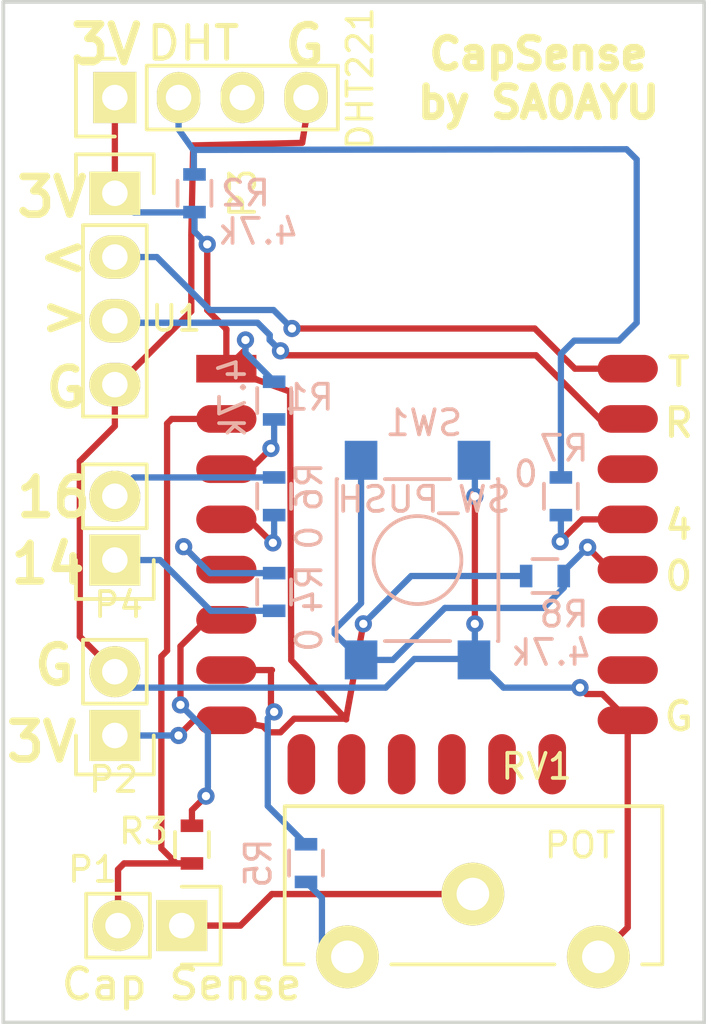
<source format=kicad_pcb>
(kicad_pcb (version 4) (host pcbnew 4.0.2-4+6225~38~ubuntu14.04.1-stable)

  (general
    (links 32)
    (no_connects 0)
    (area 55.804999 28.742155 92.387624 80.720001)
    (thickness 1.6)
    (drawings 22)
    (tracks 183)
    (zones 0)
    (modules 16)
    (nets 28)
  )

  (page A4)
  (layers
    (0 F.Cu signal)
    (31 B.Cu signal)
    (32 B.Adhes user)
    (33 F.Adhes user)
    (34 B.Paste user)
    (35 F.Paste user)
    (36 B.SilkS user)
    (37 F.SilkS user)
    (38 B.Mask user)
    (39 F.Mask user)
    (40 Dwgs.User user)
    (41 Cmts.User user)
    (42 Eco1.User user)
    (43 Eco2.User user)
    (44 Edge.Cuts user)
    (45 Margin user)
    (46 B.CrtYd user)
    (47 F.CrtYd user)
    (48 B.Fab user)
    (49 F.Fab user)
  )

  (setup
    (last_trace_width 0.254)
    (trace_clearance 0.1524)
    (zone_clearance 0.508)
    (zone_45_only yes)
    (trace_min 0.1524)
    (segment_width 0.2)
    (edge_width 0.15)
    (via_size 0.6858)
    (via_drill 0.3302)
    (via_min_size 0.6858)
    (via_min_drill 0.3302)
    (user_via 0.6858 0.3302)
    (uvia_size 0.3)
    (uvia_drill 0.1)
    (uvias_allowed no)
    (uvia_min_size 0)
    (uvia_min_drill 0)
    (pcb_text_width 0.3)
    (pcb_text_size 1.5 1.5)
    (mod_edge_width 0.15)
    (mod_text_size 1 1)
    (mod_text_width 0.15)
    (pad_size 1.524 1.524)
    (pad_drill 0.762)
    (pad_to_mask_clearance 0.2)
    (aux_axis_origin 68.58 78.105)
    (grid_origin 68.58 78.105)
    (visible_elements FFFFFF7F)
    (pcbplotparams
      (layerselection 0x010f0_80000001)
      (usegerberextensions false)
      (excludeedgelayer true)
      (linewidth 0.100000)
      (plotframeref false)
      (viasonmask false)
      (mode 1)
      (useauxorigin false)
      (hpglpennumber 1)
      (hpglpenspeed 20)
      (hpglpendiameter 15)
      (hpglpenoverlay 2)
      (psnegative false)
      (psa4output false)
      (plotreference true)
      (plotvalue true)
      (plotinvisibletext false)
      (padsonsilk false)
      (subtractmaskfromsilk false)
      (outputformat 1)
      (mirror false)
      (drillshape 0)
      (scaleselection 1)
      (outputdirectory gerbers/))
  )

  (net 0 "")
  (net 1 +3V3)
  (net 2 "Net-(DHT221-Pad2)")
  (net 3 "Net-(DHT221-Pad3)")
  (net 4 GND)
  (net 5 "Net-(P1-Pad1)")
  (net 6 "Net-(P1-Pad2)")
  (net 7 "Net-(P3-Pad2)")
  (net 8 "Net-(P3-Pad3)")
  (net 9 "Net-(P4-Pad1)")
  (net 10 "Net-(P4-Pad2)")
  (net 11 "Net-(R1-Pad1)")
  (net 12 "Net-(R3-Pad1)")
  (net 13 "Net-(R4-Pad1)")
  (net 14 "Net-(R5-Pad1)")
  (net 15 "Net-(R5-Pad2)")
  (net 16 "Net-(R6-Pad1)")
  (net 17 "Net-(R7-Pad2)")
  (net 18 "Net-(R8-Pad2)")
  (net 19 "Net-(U1-Pad9)")
  (net 20 "Net-(U1-Pad10)")
  (net 21 "Net-(U1-Pad11)")
  (net 22 "Net-(U1-Pad12)")
  (net 23 "Net-(U1-Pad13)")
  (net 24 "Net-(U1-Pad14)")
  (net 25 "Net-(U1-Pad16)")
  (net 26 "Net-(U1-Pad17)")
  (net 27 "Net-(U1-Pad20)")

  (net_class Default "This is the default net class."
    (clearance 0.1524)
    (trace_width 0.254)
    (via_dia 0.6858)
    (via_drill 0.3302)
    (uvia_dia 0.3)
    (uvia_drill 0.1)
    (add_net +3V3)
    (add_net GND)
    (add_net "Net-(DHT221-Pad2)")
    (add_net "Net-(DHT221-Pad3)")
    (add_net "Net-(P1-Pad1)")
    (add_net "Net-(P1-Pad2)")
    (add_net "Net-(P3-Pad2)")
    (add_net "Net-(P3-Pad3)")
    (add_net "Net-(P4-Pad1)")
    (add_net "Net-(P4-Pad2)")
    (add_net "Net-(R1-Pad1)")
    (add_net "Net-(R3-Pad1)")
    (add_net "Net-(R4-Pad1)")
    (add_net "Net-(R5-Pad1)")
    (add_net "Net-(R5-Pad2)")
    (add_net "Net-(R6-Pad1)")
    (add_net "Net-(R7-Pad2)")
    (add_net "Net-(R8-Pad2)")
    (add_net "Net-(U1-Pad10)")
    (add_net "Net-(U1-Pad11)")
    (add_net "Net-(U1-Pad12)")
    (add_net "Net-(U1-Pad13)")
    (add_net "Net-(U1-Pad14)")
    (add_net "Net-(U1-Pad16)")
    (add_net "Net-(U1-Pad17)")
    (add_net "Net-(U1-Pad20)")
    (add_net "Net-(U1-Pad9)")
  )

  (module ESP8266_jdunmire:ESP-12E (layer F.Cu) (tedit 559F8D21) (tstamp 56F868BA)
    (at 64.77 54.61)
    (descr "Module, ESP-8266, ESP-12, 16 pad, SMD")
    (tags "Module ESP-8266 ESP8266")
    (path /56E35B00)
    (fp_text reference U1 (at -2 -2) (layer F.SilkS)
      (effects (font (size 1 1) (thickness 0.15)))
    )
    (fp_text value ESP-12E (at 8 1) (layer F.Fab)
      (effects (font (size 1 1) (thickness 0.15)))
    )
    (fp_line (start 16 -8.4) (end 0 -2.6) (layer F.CrtYd) (width 0.1524))
    (fp_line (start 0 -8.4) (end 16 -2.6) (layer F.CrtYd) (width 0.1524))
    (fp_text user "No Copper" (at 7.9 -5.4) (layer F.CrtYd)
      (effects (font (size 1 1) (thickness 0.15)))
    )
    (fp_line (start 0 -8.4) (end 0 -2.6) (layer F.CrtYd) (width 0.1524))
    (fp_line (start 0 -2.6) (end 16 -2.6) (layer F.CrtYd) (width 0.1524))
    (fp_line (start 16 -2.6) (end 16 -8.4) (layer F.CrtYd) (width 0.1524))
    (fp_line (start 16 -8.4) (end 0 -8.4) (layer F.CrtYd) (width 0.1524))
    (fp_line (start 16 -8.4) (end 16 15.6) (layer F.Fab) (width 0.1524))
    (fp_line (start 16 15.6) (end 0 15.6) (layer F.Fab) (width 0.1524))
    (fp_line (start 0 15.6) (end 0 -8.4) (layer F.Fab) (width 0.1524))
    (fp_line (start 0 -8.4) (end 16 -8.4) (layer F.Fab) (width 0.1524))
    (pad 9 smd oval (at 2.99 15.75 90) (size 2.4 1.1) (layers F.Cu F.Paste F.Mask)
      (net 19 "Net-(U1-Pad9)"))
    (pad 10 smd oval (at 4.99 15.75 90) (size 2.4 1.1) (layers F.Cu F.Paste F.Mask)
      (net 20 "Net-(U1-Pad10)"))
    (pad 11 smd oval (at 6.99 15.75 90) (size 2.4 1.1) (layers F.Cu F.Paste F.Mask)
      (net 21 "Net-(U1-Pad11)"))
    (pad 12 smd oval (at 8.99 15.75 90) (size 2.4 1.1) (layers F.Cu F.Paste F.Mask)
      (net 22 "Net-(U1-Pad12)"))
    (pad 13 smd oval (at 10.99 15.75 90) (size 2.4 1.1) (layers F.Cu F.Paste F.Mask)
      (net 23 "Net-(U1-Pad13)"))
    (pad 14 smd oval (at 12.99 15.75 90) (size 2.4 1.1) (layers F.Cu F.Paste F.Mask)
      (net 24 "Net-(U1-Pad14)"))
    (pad 1 smd rect (at 0 0) (size 2.4 1.1) (layers F.Cu F.Paste F.Mask)
      (net 1 +3V3))
    (pad 2 smd oval (at 0 2) (size 2.4 1.1) (layers F.Cu F.Paste F.Mask)
      (net 6 "Net-(P1-Pad2)"))
    (pad 3 smd oval (at 0 4) (size 2.4 1.1) (layers F.Cu F.Paste F.Mask)
      (net 11 "Net-(R1-Pad1)"))
    (pad 4 smd oval (at 0 6) (size 2.4 1.1) (layers F.Cu F.Paste F.Mask)
      (net 16 "Net-(R6-Pad1)"))
    (pad 5 smd oval (at 0 8) (size 2.4 1.1) (layers F.Cu F.Paste F.Mask)
      (net 13 "Net-(R4-Pad1)"))
    (pad 6 smd oval (at 0 10) (size 2.4 1.1) (layers F.Cu F.Paste F.Mask)
      (net 12 "Net-(R3-Pad1)"))
    (pad 7 smd oval (at 0 12) (size 2.4 1.1) (layers F.Cu F.Paste F.Mask)
      (net 14 "Net-(R5-Pad1)"))
    (pad 8 smd oval (at 0 14) (size 2.4 1.1) (layers F.Cu F.Paste F.Mask)
      (net 1 +3V3))
    (pad 15 smd oval (at 16 14) (size 2.4 1.1) (layers F.Cu F.Paste F.Mask)
      (net 4 GND))
    (pad 16 smd oval (at 16 12) (size 2.4 1.1) (layers F.Cu F.Paste F.Mask)
      (net 25 "Net-(U1-Pad16)"))
    (pad 17 smd oval (at 16 10) (size 2.4 1.1) (layers F.Cu F.Paste F.Mask)
      (net 26 "Net-(U1-Pad17)"))
    (pad 18 smd oval (at 16 8) (size 2.4 1.1) (layers F.Cu F.Paste F.Mask)
      (net 18 "Net-(R8-Pad2)"))
    (pad 19 smd oval (at 16 6) (size 2.4 1.1) (layers F.Cu F.Paste F.Mask)
      (net 17 "Net-(R7-Pad2)"))
    (pad 20 smd oval (at 16 4) (size 2.4 1.1) (layers F.Cu F.Paste F.Mask)
      (net 27 "Net-(U1-Pad20)"))
    (pad 21 smd oval (at 16 2) (size 2.4 1.1) (layers F.Cu F.Paste F.Mask)
      (net 8 "Net-(P3-Pad3)"))
    (pad 22 smd oval (at 16 0) (size 2.4 1.1) (layers F.Cu F.Paste F.Mask)
      (net 7 "Net-(P3-Pad2)"))
    (model ${ESPLIB}/ESP8266.3dshapes/ESP-12.wrl
      (at (xyz 0.04 0 0))
      (scale (xyz 0.3937 0.3937 0.3937))
      (rotate (xyz 0 0 0))
    )
  )

  (module Pin_Headers:Pin_Header_Straight_1x04 (layer F.Cu) (tedit 56FC5E01) (tstamp 56F8682A)
    (at 60.325 43.815 90)
    (descr "Through hole pin header")
    (tags "pin header")
    (path /56E49DF2)
    (fp_text reference DHT221 (at 0.762 9.779 270) (layer F.SilkS)
      (effects (font (size 1 1) (thickness 0.15)))
    )
    (fp_text value DHT22 (at -0.5334 -2.2352 90) (layer F.Fab)
      (effects (font (size 1 1) (thickness 0.15)))
    )
    (fp_line (start -1.75 -1.75) (end -1.75 9.4) (layer F.CrtYd) (width 0.05))
    (fp_line (start 1.75 -1.75) (end 1.75 9.4) (layer F.CrtYd) (width 0.05))
    (fp_line (start -1.75 -1.75) (end 1.75 -1.75) (layer F.CrtYd) (width 0.05))
    (fp_line (start -1.75 9.4) (end 1.75 9.4) (layer F.CrtYd) (width 0.05))
    (fp_line (start -1.27 1.27) (end -1.27 8.89) (layer F.SilkS) (width 0.15))
    (fp_line (start 1.27 1.27) (end 1.27 8.89) (layer F.SilkS) (width 0.15))
    (fp_line (start 1.55 -1.55) (end 1.55 0) (layer F.SilkS) (width 0.15))
    (fp_line (start -1.27 8.89) (end 1.27 8.89) (layer F.SilkS) (width 0.15))
    (fp_line (start 1.27 1.27) (end -1.27 1.27) (layer F.SilkS) (width 0.15))
    (fp_line (start -1.55 0) (end -1.55 -1.55) (layer F.SilkS) (width 0.15))
    (fp_line (start -1.55 -1.55) (end 1.55 -1.55) (layer F.SilkS) (width 0.15))
    (pad 1 thru_hole rect (at 0 0 90) (size 2.032 1.7272) (drill 1.016) (layers *.Cu *.Mask F.SilkS)
      (net 1 +3V3))
    (pad 2 thru_hole oval (at 0 2.54 90) (size 2.032 1.7272) (drill 1.016) (layers *.Cu *.Mask F.SilkS)
      (net 2 "Net-(DHT221-Pad2)"))
    (pad 3 thru_hole oval (at 0 5.08 90) (size 2.032 1.7272) (drill 1.016) (layers *.Cu *.Mask F.SilkS)
      (net 3 "Net-(DHT221-Pad3)"))
    (pad 4 thru_hole oval (at 0 7.62 90) (size 2.032 1.7272) (drill 1.016) (layers *.Cu *.Mask F.SilkS)
      (net 4 GND))
    (model Pin_Headers.3dshapes/Pin_Header_Straight_1x04.wrl
      (at (xyz 0 -0.15 0))
      (scale (xyz 1 1 1))
      (rotate (xyz 0 0 90))
    )
  )

  (module Socket_Strips:Socket_Strip_Straight_1x02 (layer F.Cu) (tedit 56FC5E79) (tstamp 56F8683B)
    (at 62.992 76.7842 180)
    (descr "Through hole socket strip")
    (tags "socket strip")
    (path /56E4AC64)
    (fp_text reference P1 (at 3.556 2.2352 360) (layer F.SilkS)
      (effects (font (size 1 1) (thickness 0.15)))
    )
    (fp_text value Capsense (at 1.397 -2.3114 180) (layer F.Fab)
      (effects (font (size 1 1) (thickness 0.15)))
    )
    (fp_line (start -1.55 1.55) (end 0 1.55) (layer F.SilkS) (width 0.15))
    (fp_line (start 3.81 1.27) (end 1.27 1.27) (layer F.SilkS) (width 0.15))
    (fp_line (start -1.75 -1.75) (end -1.75 1.75) (layer F.CrtYd) (width 0.05))
    (fp_line (start 4.3 -1.75) (end 4.3 1.75) (layer F.CrtYd) (width 0.05))
    (fp_line (start -1.75 -1.75) (end 4.3 -1.75) (layer F.CrtYd) (width 0.05))
    (fp_line (start -1.75 1.75) (end 4.3 1.75) (layer F.CrtYd) (width 0.05))
    (fp_line (start 1.27 1.27) (end 1.27 -1.27) (layer F.SilkS) (width 0.15))
    (fp_line (start 0 -1.55) (end -1.55 -1.55) (layer F.SilkS) (width 0.15))
    (fp_line (start -1.55 -1.55) (end -1.55 1.55) (layer F.SilkS) (width 0.15))
    (fp_line (start 1.27 -1.27) (end 3.81 -1.27) (layer F.SilkS) (width 0.15))
    (fp_line (start 3.81 -1.27) (end 3.81 1.27) (layer F.SilkS) (width 0.15))
    (pad 1 thru_hole rect (at 0 0 180) (size 2.032 2.032) (drill 1.016) (layers *.Cu *.Mask F.SilkS)
      (net 5 "Net-(P1-Pad1)"))
    (pad 2 thru_hole oval (at 2.54 0 180) (size 2.032 2.032) (drill 1.016) (layers *.Cu *.Mask F.SilkS)
      (net 6 "Net-(P1-Pad2)"))
    (model Socket_Strips.3dshapes/Socket_Strip_Straight_1x02.wrl
      (at (xyz 0.05 0 0))
      (scale (xyz 1 1 1))
      (rotate (xyz 0 0 180))
    )
  )

  (module Socket_Strips:Socket_Strip_Straight_1x02 (layer F.Cu) (tedit 56FC53AB) (tstamp 56F8684C)
    (at 60.325 69.215 90)
    (descr "Through hole socket strip")
    (tags "socket strip")
    (path /56E4B417)
    (fp_text reference P2 (at -1.7526 -0.0508 180) (layer F.SilkS)
      (effects (font (size 1 1) (thickness 0.15)))
    )
    (fp_text value PWR_IN (at 1.27 -2.413 90) (layer F.Fab)
      (effects (font (size 1 1) (thickness 0.15)))
    )
    (fp_line (start -1.55 1.55) (end 0 1.55) (layer F.SilkS) (width 0.15))
    (fp_line (start 3.81 1.27) (end 1.27 1.27) (layer F.SilkS) (width 0.15))
    (fp_line (start -1.75 -1.75) (end -1.75 1.75) (layer F.CrtYd) (width 0.05))
    (fp_line (start 4.3 -1.75) (end 4.3 1.75) (layer F.CrtYd) (width 0.05))
    (fp_line (start -1.75 -1.75) (end 4.3 -1.75) (layer F.CrtYd) (width 0.05))
    (fp_line (start -1.75 1.75) (end 4.3 1.75) (layer F.CrtYd) (width 0.05))
    (fp_line (start 1.27 1.27) (end 1.27 -1.27) (layer F.SilkS) (width 0.15))
    (fp_line (start 0 -1.55) (end -1.55 -1.55) (layer F.SilkS) (width 0.15))
    (fp_line (start -1.55 -1.55) (end -1.55 1.55) (layer F.SilkS) (width 0.15))
    (fp_line (start 1.27 -1.27) (end 3.81 -1.27) (layer F.SilkS) (width 0.15))
    (fp_line (start 3.81 -1.27) (end 3.81 1.27) (layer F.SilkS) (width 0.15))
    (pad 1 thru_hole rect (at 0 0 90) (size 2.032 2.032) (drill 1.016) (layers *.Cu *.Mask F.SilkS)
      (net 1 +3V3))
    (pad 2 thru_hole oval (at 2.54 0 90) (size 2.032 2.032) (drill 1.016) (layers *.Cu *.Mask F.SilkS)
      (net 4 GND))
    (model Socket_Strips.3dshapes/Socket_Strip_Straight_1x02.wrl
      (at (xyz 0.05 0 0))
      (scale (xyz 1 1 1))
      (rotate (xyz 0 0 180))
    )
  )

  (module Socket_Strips:Socket_Strip_Straight_1x04 (layer F.Cu) (tedit 56FC5380) (tstamp 56F8685F)
    (at 60.325 47.625 270)
    (descr "Through hole socket strip")
    (tags "socket strip")
    (path /56E4B1B5)
    (fp_text reference P3 (at 0 -5.1 270) (layer F.SilkS)
      (effects (font (size 1 1) (thickness 0.15)))
    )
    (fp_text value "RS 232 TTL" (at 5.1816 -1.9558 270) (layer F.Fab)
      (effects (font (size 0.9 0.9) (thickness 0.12)))
    )
    (fp_line (start -1.75 -1.75) (end -1.75 1.75) (layer F.CrtYd) (width 0.05))
    (fp_line (start 9.4 -1.75) (end 9.4 1.75) (layer F.CrtYd) (width 0.05))
    (fp_line (start -1.75 -1.75) (end 9.4 -1.75) (layer F.CrtYd) (width 0.05))
    (fp_line (start -1.75 1.75) (end 9.4 1.75) (layer F.CrtYd) (width 0.05))
    (fp_line (start 1.27 -1.27) (end 8.89 -1.27) (layer F.SilkS) (width 0.15))
    (fp_line (start 1.27 1.27) (end 8.89 1.27) (layer F.SilkS) (width 0.15))
    (fp_line (start -1.55 1.55) (end 0 1.55) (layer F.SilkS) (width 0.15))
    (fp_line (start 8.89 -1.27) (end 8.89 1.27) (layer F.SilkS) (width 0.15))
    (fp_line (start 1.27 1.27) (end 1.27 -1.27) (layer F.SilkS) (width 0.15))
    (fp_line (start 0 -1.55) (end -1.55 -1.55) (layer F.SilkS) (width 0.15))
    (fp_line (start -1.55 -1.55) (end -1.55 1.55) (layer F.SilkS) (width 0.15))
    (pad 1 thru_hole rect (at 0 0 270) (size 1.7272 2.032) (drill 1.016) (layers *.Cu *.Mask F.SilkS)
      (net 1 +3V3))
    (pad 2 thru_hole oval (at 2.54 0 270) (size 1.7272 2.032) (drill 1.016) (layers *.Cu *.Mask F.SilkS)
      (net 7 "Net-(P3-Pad2)"))
    (pad 3 thru_hole oval (at 5.08 0 270) (size 1.7272 2.032) (drill 1.016) (layers *.Cu *.Mask F.SilkS)
      (net 8 "Net-(P3-Pad3)"))
    (pad 4 thru_hole oval (at 7.62 0 270) (size 1.7272 2.032) (drill 1.016) (layers *.Cu *.Mask F.SilkS)
      (net 4 GND))
    (model Socket_Strips.3dshapes/Socket_Strip_Straight_1x04.wrl
      (at (xyz 0.15 0 0))
      (scale (xyz 1 1 1))
      (rotate (xyz 0 0 180))
    )
  )

  (module Socket_Strips:Socket_Strip_Straight_1x02 (layer F.Cu) (tedit 56FC53B6) (tstamp 56F86870)
    (at 60.325 62.23 90)
    (descr "Through hole socket strip")
    (tags "socket strip")
    (path /56F88275)
    (fp_text reference P4 (at -1.778 0.1524 180) (layer F.SilkS)
      (effects (font (size 1 1) (thickness 0.15)))
    )
    (fp_text value gpio (at 1.3716 1.905 90) (layer F.Fab)
      (effects (font (size 1 1) (thickness 0.15)))
    )
    (fp_line (start -1.55 1.55) (end 0 1.55) (layer F.SilkS) (width 0.15))
    (fp_line (start 3.81 1.27) (end 1.27 1.27) (layer F.SilkS) (width 0.15))
    (fp_line (start -1.75 -1.75) (end -1.75 1.75) (layer F.CrtYd) (width 0.05))
    (fp_line (start 4.3 -1.75) (end 4.3 1.75) (layer F.CrtYd) (width 0.05))
    (fp_line (start -1.75 -1.75) (end 4.3 -1.75) (layer F.CrtYd) (width 0.05))
    (fp_line (start -1.75 1.75) (end 4.3 1.75) (layer F.CrtYd) (width 0.05))
    (fp_line (start 1.27 1.27) (end 1.27 -1.27) (layer F.SilkS) (width 0.15))
    (fp_line (start 0 -1.55) (end -1.55 -1.55) (layer F.SilkS) (width 0.15))
    (fp_line (start -1.55 -1.55) (end -1.55 1.55) (layer F.SilkS) (width 0.15))
    (fp_line (start 1.27 -1.27) (end 3.81 -1.27) (layer F.SilkS) (width 0.15))
    (fp_line (start 3.81 -1.27) (end 3.81 1.27) (layer F.SilkS) (width 0.15))
    (pad 1 thru_hole rect (at 0 0 90) (size 2.032 2.032) (drill 1.016) (layers *.Cu *.Mask F.SilkS)
      (net 9 "Net-(P4-Pad1)"))
    (pad 2 thru_hole oval (at 2.54 0 90) (size 2.032 2.032) (drill 1.016) (layers *.Cu *.Mask F.SilkS)
      (net 10 "Net-(P4-Pad2)"))
    (model Socket_Strips.3dshapes/Socket_Strip_Straight_1x02.wrl
      (at (xyz 0.05 0 0))
      (scale (xyz 1 1 1))
      (rotate (xyz 0 0 180))
    )
  )

  (module Resistors_SMD:R_0603 (layer B.Cu) (tedit 56FC60E6) (tstamp 56F86876)
    (at 66.675 55.88 90)
    (descr "Resistor SMD 0603, reflow soldering, Vishay (see dcrcw.pdf)")
    (tags "resistor 0603")
    (path /56E4AFA5)
    (attr smd)
    (fp_text reference R1 (at 0.127 1.397 180) (layer B.SilkS)
      (effects (font (size 1 1) (thickness 0.15)) (justify mirror))
    )
    (fp_text value 4.7k (at 0.127 -1.651 90) (layer B.SilkS)
      (effects (font (size 1 1) (thickness 0.15)) (justify mirror))
    )
    (fp_line (start -1.3 0.8) (end 1.3 0.8) (layer B.CrtYd) (width 0.05))
    (fp_line (start -1.3 -0.8) (end 1.3 -0.8) (layer B.CrtYd) (width 0.05))
    (fp_line (start -1.3 0.8) (end -1.3 -0.8) (layer B.CrtYd) (width 0.05))
    (fp_line (start 1.3 0.8) (end 1.3 -0.8) (layer B.CrtYd) (width 0.05))
    (fp_line (start 0.5 -0.675) (end -0.5 -0.675) (layer B.SilkS) (width 0.15))
    (fp_line (start -0.5 0.675) (end 0.5 0.675) (layer B.SilkS) (width 0.15))
    (pad 1 smd rect (at -0.75 0 90) (size 0.5 0.9) (layers B.Cu B.Paste B.Mask)
      (net 11 "Net-(R1-Pad1)"))
    (pad 2 smd rect (at 0.75 0 90) (size 0.5 0.9) (layers B.Cu B.Paste B.Mask)
      (net 1 +3V3))
    (model Resistors_SMD.3dshapes/R_0603.wrl
      (at (xyz 0 0 0))
      (scale (xyz 1 1 1))
      (rotate (xyz 0 0 0))
    )
  )

  (module Resistors_SMD:R_0603 (layer B.Cu) (tedit 56FC611E) (tstamp 56F8687C)
    (at 63.5 47.625 270)
    (descr "Resistor SMD 0603, reflow soldering, Vishay (see dcrcw.pdf)")
    (tags "resistor 0603")
    (path /56E4B92C)
    (attr smd)
    (fp_text reference R2 (at 0 -2.032 360) (layer B.SilkS)
      (effects (font (size 1 1) (thickness 0.15)) (justify mirror))
    )
    (fp_text value 4.7k (at 1.524 -2.54 360) (layer B.SilkS)
      (effects (font (size 1 1) (thickness 0.15)) (justify mirror))
    )
    (fp_line (start -1.3 0.8) (end 1.3 0.8) (layer B.CrtYd) (width 0.05))
    (fp_line (start -1.3 -0.8) (end 1.3 -0.8) (layer B.CrtYd) (width 0.05))
    (fp_line (start -1.3 0.8) (end -1.3 -0.8) (layer B.CrtYd) (width 0.05))
    (fp_line (start 1.3 0.8) (end 1.3 -0.8) (layer B.CrtYd) (width 0.05))
    (fp_line (start 0.5 -0.675) (end -0.5 -0.675) (layer B.SilkS) (width 0.15))
    (fp_line (start -0.5 0.675) (end 0.5 0.675) (layer B.SilkS) (width 0.15))
    (pad 1 smd rect (at -0.75 0 270) (size 0.5 0.9) (layers B.Cu B.Paste B.Mask)
      (net 2 "Net-(DHT221-Pad2)"))
    (pad 2 smd rect (at 0.75 0 270) (size 0.5 0.9) (layers B.Cu B.Paste B.Mask)
      (net 1 +3V3))
    (model Resistors_SMD.3dshapes/R_0603.wrl
      (at (xyz 0 0 0))
      (scale (xyz 1 1 1))
      (rotate (xyz 0 0 0))
    )
  )

  (module Resistors_SMD:R_0603 (layer F.Cu) (tedit 56FC5E69) (tstamp 56F86882)
    (at 63.3984 73.5584 270)
    (descr "Resistor SMD 0603, reflow soldering, Vishay (see dcrcw.pdf)")
    (tags "resistor 0603")
    (path /56F85988)
    (attr smd)
    (fp_text reference R3 (at -0.5334 1.9304 360) (layer F.SilkS)
      (effects (font (size 1 1) (thickness 0.15)))
    )
    (fp_text value 0 (at 0 1.9 270) (layer F.Fab)
      (effects (font (size 1 1) (thickness 0.15)))
    )
    (fp_line (start -1.3 -0.8) (end 1.3 -0.8) (layer F.CrtYd) (width 0.05))
    (fp_line (start -1.3 0.8) (end 1.3 0.8) (layer F.CrtYd) (width 0.05))
    (fp_line (start -1.3 -0.8) (end -1.3 0.8) (layer F.CrtYd) (width 0.05))
    (fp_line (start 1.3 -0.8) (end 1.3 0.8) (layer F.CrtYd) (width 0.05))
    (fp_line (start 0.5 0.675) (end -0.5 0.675) (layer F.SilkS) (width 0.15))
    (fp_line (start -0.5 -0.675) (end 0.5 -0.675) (layer F.SilkS) (width 0.15))
    (pad 1 smd rect (at -0.75 0 270) (size 0.5 0.9) (layers F.Cu F.Paste F.Mask)
      (net 12 "Net-(R3-Pad1)"))
    (pad 2 smd rect (at 0.75 0 270) (size 0.5 0.9) (layers F.Cu F.Paste F.Mask)
      (net 6 "Net-(P1-Pad2)"))
    (model Resistors_SMD.3dshapes/R_0603.wrl
      (at (xyz 0 0 0))
      (scale (xyz 1 1 1))
      (rotate (xyz 0 0 0))
    )
  )

  (module Resistors_SMD:R_0603 (layer B.Cu) (tedit 56FC60A8) (tstamp 56F86888)
    (at 66.675 63.5 270)
    (descr "Resistor SMD 0603, reflow soldering, Vishay (see dcrcw.pdf)")
    (tags "resistor 0603")
    (path /56F85B91)
    (attr smd)
    (fp_text reference R4 (at -0.127 -1.397 270) (layer B.SilkS)
      (effects (font (size 1 1) (thickness 0.15)) (justify mirror))
    )
    (fp_text value 0 (at 1.905 -1.397 270) (layer B.SilkS)
      (effects (font (size 1 1) (thickness 0.15)) (justify mirror))
    )
    (fp_line (start -1.3 0.8) (end 1.3 0.8) (layer B.CrtYd) (width 0.05))
    (fp_line (start -1.3 -0.8) (end 1.3 -0.8) (layer B.CrtYd) (width 0.05))
    (fp_line (start -1.3 0.8) (end -1.3 -0.8) (layer B.CrtYd) (width 0.05))
    (fp_line (start 1.3 0.8) (end 1.3 -0.8) (layer B.CrtYd) (width 0.05))
    (fp_line (start 0.5 -0.675) (end -0.5 -0.675) (layer B.SilkS) (width 0.15))
    (fp_line (start -0.5 0.675) (end 0.5 0.675) (layer B.SilkS) (width 0.15))
    (pad 1 smd rect (at -0.75 0 270) (size 0.5 0.9) (layers B.Cu B.Paste B.Mask)
      (net 13 "Net-(R4-Pad1)"))
    (pad 2 smd rect (at 0.75 0 270) (size 0.5 0.9) (layers B.Cu B.Paste B.Mask)
      (net 9 "Net-(P4-Pad1)"))
    (model Resistors_SMD.3dshapes/R_0603.wrl
      (at (xyz 0 0 0))
      (scale (xyz 1 1 1))
      (rotate (xyz 0 0 0))
    )
  )

  (module Resistors_SMD:R_0603 (layer B.Cu) (tedit 5415CC62) (tstamp 56F8688E)
    (at 67.945 74.295 270)
    (descr "Resistor SMD 0603, reflow soldering, Vishay (see dcrcw.pdf)")
    (tags "resistor 0603")
    (path /56F85C0A)
    (attr smd)
    (fp_text reference R5 (at 0 1.9 270) (layer B.SilkS)
      (effects (font (size 1 1) (thickness 0.15)) (justify mirror))
    )
    (fp_text value 0 (at 0 -1.9 270) (layer B.Fab)
      (effects (font (size 1 1) (thickness 0.15)) (justify mirror))
    )
    (fp_line (start -1.3 0.8) (end 1.3 0.8) (layer B.CrtYd) (width 0.05))
    (fp_line (start -1.3 -0.8) (end 1.3 -0.8) (layer B.CrtYd) (width 0.05))
    (fp_line (start -1.3 0.8) (end -1.3 -0.8) (layer B.CrtYd) (width 0.05))
    (fp_line (start 1.3 0.8) (end 1.3 -0.8) (layer B.CrtYd) (width 0.05))
    (fp_line (start 0.5 -0.675) (end -0.5 -0.675) (layer B.SilkS) (width 0.15))
    (fp_line (start -0.5 0.675) (end 0.5 0.675) (layer B.SilkS) (width 0.15))
    (pad 1 smd rect (at -0.75 0 270) (size 0.5 0.9) (layers B.Cu B.Paste B.Mask)
      (net 14 "Net-(R5-Pad1)"))
    (pad 2 smd rect (at 0.75 0 270) (size 0.5 0.9) (layers B.Cu B.Paste B.Mask)
      (net 15 "Net-(R5-Pad2)"))
    (model Resistors_SMD.3dshapes/R_0603.wrl
      (at (xyz 0 0 0))
      (scale (xyz 1 1 1))
      (rotate (xyz 0 0 0))
    )
  )

  (module Resistors_SMD:R_0603 (layer B.Cu) (tedit 56FC609D) (tstamp 56F86894)
    (at 66.675 59.69 90)
    (descr "Resistor SMD 0603, reflow soldering, Vishay (see dcrcw.pdf)")
    (tags "resistor 0603")
    (path /56F85BC6)
    (attr smd)
    (fp_text reference R6 (at 0.381 1.397 90) (layer B.SilkS)
      (effects (font (size 1 1) (thickness 0.15)) (justify mirror))
    )
    (fp_text value 0 (at -1.651 1.397 270) (layer B.SilkS)
      (effects (font (size 1 1) (thickness 0.15)) (justify mirror))
    )
    (fp_line (start -1.3 0.8) (end 1.3 0.8) (layer B.CrtYd) (width 0.05))
    (fp_line (start -1.3 -0.8) (end 1.3 -0.8) (layer B.CrtYd) (width 0.05))
    (fp_line (start -1.3 0.8) (end -1.3 -0.8) (layer B.CrtYd) (width 0.05))
    (fp_line (start 1.3 0.8) (end 1.3 -0.8) (layer B.CrtYd) (width 0.05))
    (fp_line (start 0.5 -0.675) (end -0.5 -0.675) (layer B.SilkS) (width 0.15))
    (fp_line (start -0.5 0.675) (end 0.5 0.675) (layer B.SilkS) (width 0.15))
    (pad 1 smd rect (at -0.75 0 90) (size 0.5 0.9) (layers B.Cu B.Paste B.Mask)
      (net 16 "Net-(R6-Pad1)"))
    (pad 2 smd rect (at 0.75 0 90) (size 0.5 0.9) (layers B.Cu B.Paste B.Mask)
      (net 10 "Net-(P4-Pad2)"))
    (model Resistors_SMD.3dshapes/R_0603.wrl
      (at (xyz 0 0 0))
      (scale (xyz 1 1 1))
      (rotate (xyz 0 0 0))
    )
  )

  (module Resistors_SMD:R_0603 (layer B.Cu) (tedit 56FC601E) (tstamp 56F8689A)
    (at 78.105 59.69 270)
    (descr "Resistor SMD 0603, reflow soldering, Vishay (see dcrcw.pdf)")
    (tags "resistor 0603")
    (path /56F86C79)
    (attr smd)
    (fp_text reference R7 (at -1.905 -0.127 360) (layer B.SilkS)
      (effects (font (size 1 1) (thickness 0.15)) (justify mirror))
    )
    (fp_text value 0 (at -0.889 1.397 360) (layer B.SilkS)
      (effects (font (size 1 1) (thickness 0.15)) (justify mirror))
    )
    (fp_line (start -1.3 0.8) (end 1.3 0.8) (layer B.CrtYd) (width 0.05))
    (fp_line (start -1.3 -0.8) (end 1.3 -0.8) (layer B.CrtYd) (width 0.05))
    (fp_line (start -1.3 0.8) (end -1.3 -0.8) (layer B.CrtYd) (width 0.05))
    (fp_line (start 1.3 0.8) (end 1.3 -0.8) (layer B.CrtYd) (width 0.05))
    (fp_line (start 0.5 -0.675) (end -0.5 -0.675) (layer B.SilkS) (width 0.15))
    (fp_line (start -0.5 0.675) (end 0.5 0.675) (layer B.SilkS) (width 0.15))
    (pad 1 smd rect (at -0.75 0 270) (size 0.5 0.9) (layers B.Cu B.Paste B.Mask)
      (net 2 "Net-(DHT221-Pad2)"))
    (pad 2 smd rect (at 0.75 0 270) (size 0.5 0.9) (layers B.Cu B.Paste B.Mask)
      (net 17 "Net-(R7-Pad2)"))
    (model Resistors_SMD.3dshapes/R_0603.wrl
      (at (xyz 0 0 0))
      (scale (xyz 1 1 1))
      (rotate (xyz 0 0 0))
    )
  )

  (module Resistors_SMD:R_0603 (layer B.Cu) (tedit 56FC6007) (tstamp 56F868A0)
    (at 77.47 62.865)
    (descr "Resistor SMD 0603, reflow soldering, Vishay (see dcrcw.pdf)")
    (tags "resistor 0603")
    (path /56F86378)
    (attr smd)
    (fp_text reference R8 (at 0.762 1.524) (layer B.SilkS)
      (effects (font (size 1 1) (thickness 0.15)) (justify mirror))
    )
    (fp_text value 4.7k (at 0.254 3.048 180) (layer B.SilkS)
      (effects (font (size 1 1) (thickness 0.15)) (justify mirror))
    )
    (fp_line (start -1.3 0.8) (end 1.3 0.8) (layer B.CrtYd) (width 0.05))
    (fp_line (start -1.3 -0.8) (end 1.3 -0.8) (layer B.CrtYd) (width 0.05))
    (fp_line (start -1.3 0.8) (end -1.3 -0.8) (layer B.CrtYd) (width 0.05))
    (fp_line (start 1.3 0.8) (end 1.3 -0.8) (layer B.CrtYd) (width 0.05))
    (fp_line (start 0.5 -0.675) (end -0.5 -0.675) (layer B.SilkS) (width 0.15))
    (fp_line (start -0.5 0.675) (end 0.5 0.675) (layer B.SilkS) (width 0.15))
    (pad 1 smd rect (at -0.75 0) (size 0.5 0.9) (layers B.Cu B.Paste B.Mask)
      (net 1 +3V3))
    (pad 2 smd rect (at 0.75 0) (size 0.5 0.9) (layers B.Cu B.Paste B.Mask)
      (net 18 "Net-(R8-Pad2)"))
    (model Resistors_SMD.3dshapes/R_0603.wrl
      (at (xyz 0 0 0))
      (scale (xyz 1 1 1))
      (rotate (xyz 0 0 0))
    )
  )

  (module Potentiometers:Potentiometer_Trimmer-Piher-PT15-h2-5_vertical (layer F.Cu) (tedit 56FC5E96) (tstamp 56F9AAC0)
    (at 69.596 78.0288)
    (descr "Potentiometer, Trimmer, Piher, PT15, Type h 2.5, vertical, Rev A, 02 Aug 2010,")
    (tags "Potentiometer, Trimmer, Piher, PT15, Type h 2.5, vertical, Rev A, 02 Aug 2010,")
    (path /56F87870)
    (fp_text reference RV1 (at 7.54126 -7.57936) (layer F.SilkS)
      (effects (font (size 1 1) (thickness 0.15)))
    )
    (fp_text value POT (at 9.271 -4.445) (layer F.SilkS)
      (effects (font (size 1 1) (thickness 0.15)))
    )
    (fp_line (start 1.75006 0.29972) (end 8.25246 0.29972) (layer F.SilkS) (width 0.15))
    (fp_line (start 11.75004 0.29972) (end 12.50188 0.29972) (layer F.SilkS) (width 0.15))
    (fp_line (start -2.49936 0.29972) (end -1.74752 0.29972) (layer F.SilkS) (width 0.15))
    (fp_line (start 12.55268 0.29972) (end 12.55268 -5.99948) (layer F.SilkS) (width 0.15))
    (fp_line (start 12.55014 -5.99948) (end -2.4511 -5.99948) (layer F.SilkS) (width 0.15))
    (fp_line (start -2.49936 -5.99948) (end -2.49936 0.29972) (layer F.SilkS) (width 0.15))
    (pad 2 thru_hole circle (at 5.00126 -2.49936) (size 2.49936 2.49936) (drill 1.30048) (layers *.Cu *.Mask F.SilkS)
      (net 5 "Net-(P1-Pad1)"))
    (pad 3 thru_hole circle (at 10.00252 0) (size 2.49936 2.49936) (drill 1.30048) (layers *.Cu *.Mask F.SilkS)
      (net 4 GND))
    (pad 1 thru_hole circle (at 0 0) (size 2.49936 2.49936) (drill 1.30048) (layers *.Cu *.Mask F.SilkS)
      (net 15 "Net-(R5-Pad2)"))
  )

  (module Buttons_Switches_SMD:SW_SPST_PTS645 (layer B.Cu) (tedit 56FC6035) (tstamp 56F9AAC8)
    (at 72.39 62.23 270)
    (descr "C&K Components SPST SMD PTS645 Series 6mm Tact Switch")
    (tags "SPST Button Switch")
    (path /56F85F3D)
    (attr smd)
    (fp_text reference SW1 (at -5.461 -0.254 360) (layer B.SilkS)
      (effects (font (size 1 1) (thickness 0.15)) (justify mirror))
    )
    (fp_text value SW_PUSH (at -2.413 -0.254 360) (layer B.SilkS)
      (effects (font (size 1 1) (thickness 0.15)) (justify mirror))
    )
    (fp_circle (center 0 0) (end 1.75 0.05) (layer B.SilkS) (width 0.15))
    (fp_line (start 5.05 -3.4) (end 5.05 3.4) (layer B.CrtYd) (width 0.05))
    (fp_line (start -5.05 3.4) (end -5.05 -3.4) (layer B.CrtYd) (width 0.05))
    (fp_line (start -5.05 -3.4) (end 5.05 -3.4) (layer B.CrtYd) (width 0.05))
    (fp_line (start -5.05 3.4) (end 5.05 3.4) (layer B.CrtYd) (width 0.05))
    (fp_line (start 3.225 3.225) (end 3.225 3.2) (layer B.SilkS) (width 0.15))
    (fp_line (start 3.225 -3.225) (end 3.225 -3.2) (layer B.SilkS) (width 0.15))
    (fp_line (start -3.225 -3.225) (end -3.225 -3.2) (layer B.SilkS) (width 0.15))
    (fp_line (start -3.225 3.2) (end -3.225 3.225) (layer B.SilkS) (width 0.15))
    (fp_line (start 3.225 1.3) (end 3.225 -1.3) (layer B.SilkS) (width 0.15))
    (fp_line (start -3.225 3.225) (end 3.225 3.225) (layer B.SilkS) (width 0.15))
    (fp_line (start -3.225 1.3) (end -3.225 -1.3) (layer B.SilkS) (width 0.15))
    (fp_line (start -3.225 -3.225) (end 3.225 -3.225) (layer B.SilkS) (width 0.15))
    (pad 2 smd rect (at -3.975 -2.25 270) (size 1.55 1.3) (layers B.Cu B.Paste B.Mask)
      (net 4 GND))
    (pad 1 smd rect (at -3.975 2.25 270) (size 1.55 1.3) (layers B.Cu B.Paste B.Mask)
      (net 18 "Net-(R8-Pad2)"))
    (pad 1 smd rect (at 3.975 2.25 270) (size 1.55 1.3) (layers B.Cu B.Paste B.Mask)
      (net 18 "Net-(R8-Pad2)"))
    (pad 2 smd rect (at 3.975 -2.25 270) (size 1.55 1.3) (layers B.Cu B.Paste B.Mask)
      (net 4 GND))
  )

  (gr_text G (at 82.804 68.453) (layer F.SilkS)
    (effects (font (size 1.1 1.1) (thickness 0.2)))
  )
  (gr_text 0 (at 82.804 62.865) (layer F.SilkS)
    (effects (font (size 1.1 1.1) (thickness 0.2)))
  )
  (gr_text 4 (at 82.804 60.833) (layer F.SilkS)
    (effects (font (size 1.1 1.1) (thickness 0.2)))
  )
  (gr_text R (at 82.804 56.769) (layer F.SilkS)
    (effects (font (size 1.1 1.1) (thickness 0.2)))
  )
  (gr_text T (at 82.804 54.737) (layer F.SilkS)
    (effects (font (size 1.1 1.1) (thickness 0.2)))
  )
  (gr_text "CapSense\nby SA0AYU" (at 77.216 43.053) (layer F.SilkS)
    (effects (font (size 1.2 1.2) (thickness 0.3)))
  )
  (gr_text "Cap Sense" (at 62.992 79.121) (layer F.SilkS)
    (effects (font (size 1.2 1.2) (thickness 0.2)))
  )
  (gr_text G (at 57.912 66.421) (layer F.SilkS)
    (effects (font (size 1.5 1.5) (thickness 0.3)))
  )
  (gr_text 3V (at 57.404 69.469) (layer F.SilkS)
    (effects (font (size 1.5 1.5) (thickness 0.3)))
  )
  (gr_line (start 55.88 80.645) (end 55.88 40.005) (angle 90) (layer Edge.Cuts) (width 0.15))
  (gr_line (start 83.82 80.645) (end 55.88 80.645) (angle 90) (layer Edge.Cuts) (width 0.15))
  (gr_line (start 83.82 40.005) (end 83.82 80.645) (angle 90) (layer Edge.Cuts) (width 0.15))
  (gr_line (start 55.88 40.005) (end 83.82 40.005) (angle 90) (layer Edge.Cuts) (width 0.15))
  (gr_text 14 (at 57.658 62.3824) (layer F.SilkS)
    (effects (font (size 1.5 1.5) (thickness 0.3)))
  )
  (gr_text 16 (at 57.8866 59.7408) (layer F.SilkS)
    (effects (font (size 1.5 1.5) (thickness 0.3)))
  )
  (gr_text G (at 58.3692 55.372) (layer F.SilkS)
    (effects (font (size 1.5 1.5) (thickness 0.3)))
  )
  (gr_text > (at 58.3438 52.4764) (layer F.SilkS)
    (effects (font (size 1.5 1.5) (thickness 0.3)))
  )
  (gr_text < (at 58.2676 50.0888) (layer F.SilkS)
    (effects (font (size 1.5 1.5) (thickness 0.3)))
  )
  (gr_text 3V (at 57.8104 47.7774) (layer F.SilkS)
    (effects (font (size 1.5 1.5) (thickness 0.3)))
  )
  (gr_text 3V (at 59.9694 41.7068) (layer F.SilkS)
    (effects (font (size 1.5 1.5) (thickness 0.3)))
  )
  (gr_text G (at 67.8942 41.7322) (layer F.SilkS)
    (effects (font (size 1.5 1.5) (thickness 0.3)))
  )
  (gr_text DHT (at 63.4492 41.656) (layer F.SilkS)
    (effects (font (size 1.3 1.3) (thickness 0.2)))
  )

  (via (at 65.532 53.467) (size 0.6858) (drill 0.3302) (layers F.Cu B.Cu) (net 1))
  (segment (start 66.675 55.118) (end 65.532 53.975) (width 0.25) (layer B.Cu) (net 1) (status 80000))
  (segment (start 65.532 53.467) (end 65.532 53.975) (width 0.25) (layer B.Cu) (net 1) (status 80000))
  (segment (start 65.532 53.848) (end 65.532 53.467) (width 0.25) (layer F.Cu) (net 1) (status 80000))
  (segment (start 65.532 53.848) (end 64.77 54.61) (width 0.25) (layer F.Cu) (net 1) (status 80000))
  (segment (start 64.77 53.086) (end 64.77 53.0352) (width 0.254) (layer F.Cu) (net 1))
  (via (at 64.008 49.657) (size 0.6858) (drill 0.3302) (layers F.Cu B.Cu) (net 1) (status 80000))
  (segment (start 63.5 49.149) (end 64.008 49.657) (width 0.25) (layer B.Cu) (net 1) (status 80000))
  (segment (start 63.5 49.149) (end 63.5 48.375) (width 0.25) (layer B.Cu) (net 1) (status 80000))
  (segment (start 64.008 52.2732) (end 64.008 49.657) (width 0.254) (layer F.Cu) (net 1) (tstamp 56FAFBD6))
  (segment (start 64.77 53.0352) (end 64.008 52.2732) (width 0.254) (layer F.Cu) (net 1) (tstamp 56FAFBCF))
  (segment (start 66.236351 68.846311) (end 66.236351 68.852551) (width 0.25) (layer F.Cu) (net 1))
  (segment (start 64.77 68.58) (end 66.236351 68.846311) (width 0.25) (layer F.Cu) (net 1) (status 80000))
  (segment (start 67.470595 68.546405) (end 69.519149 68.546405) (width 0.25) (layer F.Cu) (net 1) (tstamp 56FAEF9F))
  (segment (start 66.929 69.088) (end 67.470595 68.546405) (width 0.25) (layer F.Cu) (net 1) (tstamp 56FAEF9E))
  (segment (start 66.4718 69.088) (end 66.929 69.088) (width 0.25) (layer F.Cu) (net 1) (tstamp 56FAEF9B))
  (segment (start 66.236351 68.852551) (end 66.4718 69.088) (width 0.25) (layer F.Cu) (net 1) (tstamp 56FAEF97))
  (segment (start 67.356348 66.218193) (end 69.519149 68.546405) (width 0.25) (layer F.Cu) (net 1))
  (segment (start 65.278 54.61) (end 65.980637 55.045829) (width 0.25) (layer F.Cu) (net 1) (status 80000))
  (segment (start 65.980637 55.045829) (end 67.31 55.5244) (width 0.25) (layer F.Cu) (net 1) (status 80000))
  (segment (start 67.31 55.5244) (end 67.356348 66.218193) (width 0.25) (layer F.Cu) (net 1) (status 80000))
  (segment (start 69.544942 68.571412) (end 69.544942 68.520612) (width 0.25) (layer F.Cu) (net 1) (tstamp 56FAEF1A))
  (via (at 70.231 64.77) (size 0.6858) (drill 0.3302) (layers F.Cu B.Cu) (net 1) (status 80000))
  (segment (start 70.231 64.77) (end 72.136 62.865) (width 0.25) (layer B.Cu) (net 1) (status 80000))
  (segment (start 72.136 62.865) (end 76.72 62.865) (width 0.25) (layer B.Cu) (net 1) (status 80000))
  (segment (start 69.544942 68.520612) (end 70.231 64.77) (width 0.25) (layer F.Cu) (net 1) (tstamp 56FAEF1B) (status 80000))
  (segment (start 69.519149 68.546405) (end 69.544156 68.571412) (width 0.25) (layer F.Cu) (net 1) (tstamp 56FAEF14))
  (segment (start 69.544156 68.571412) (end 69.544942 68.571412) (width 0.25) (layer F.Cu) (net 1) (tstamp 56FAEF19))
  (segment (start 64.77 68.61) (end 64.77 68.58) (width 0.25) (layer F.Cu) (net 1) (status 80000))
  (segment (start 64.77 54.61) (end 65.278 54.61) (width 0.25) (layer F.Cu) (net 1) (status 80000))
  (segment (start 64.77 68.58) (end 64.77 68.61) (width 0.25) (layer F.Cu) (net 1) (tstamp 56FA71E4) (status 80000))
  (segment (start 64.77 53.0606) (end 64.77 53.086) (width 0.25) (layer F.Cu) (net 1) (tstamp 56FAFB66) (status 80000))
  (segment (start 64.77 53.086) (end 64.77 54.61) (width 0.25) (layer F.Cu) (net 1) (tstamp 56FAFBCD) (status 80000))
  (segment (start 64.77 68.61) (end 64.77 68.58) (width 0.25) (layer F.Cu) (net 1) (status 80000))
  (segment (start 64.77 68.58) (end 63.5 68.58) (width 0.25) (layer F.Cu) (net 1) (status 80000))
  (segment (start 63.5 68.58) (end 62.865 69.215) (width 0.25) (layer F.Cu) (net 1) (status 80000))
  (via (at 62.865 69.215) (size 0.6858) (drill 0.3302) (layers F.Cu B.Cu) (net 1) (status 80000))
  (segment (start 62.865 69.215) (end 60.325 69.215) (width 0.25) (layer B.Cu) (net 1) (status 80000))
  (segment (start 60.325 47.625) (end 61.087 48.387) (width 0.25) (layer B.Cu) (net 1) (status 80000))
  (segment (start 61.087 48.387) (end 63.5 48.387) (width 0.25) (layer B.Cu) (net 1) (status 80000))
  (segment (start 63.5 48.387) (end 63.5 48.375) (width 0.25) (layer B.Cu) (net 1) (tstamp 56FA71E3) (status 80000))
  (segment (start 60.325 47.625) (end 60.325 43.815) (width 0.25) (layer F.Cu) (net 1) (status 80000))
  (segment (start 66.675 55.118) (end 66.675 55.13) (width 0.25) (layer B.Cu) (net 1) (tstamp 56FA71E2) (status 80000))
  (segment (start 63.474563 45.897763) (end 63.474563 46.849563) (width 0.25) (layer B.Cu) (net 2))
  (segment (start 63.474563 46.849563) (end 63.5 46.875) (width 0.25) (layer B.Cu) (net 2) (tstamp 56FAE705))
  (segment (start 62.865 43.815) (end 62.865 45.07774) (width 0.25) (layer B.Cu) (net 2))
  (segment (start 78.6384 53.4924) (end 78.105 54.0258) (width 0.25) (layer B.Cu) (net 2) (tstamp 56FA783B))
  (segment (start 80.4164 53.4924) (end 78.6384 53.4924) (width 0.25) (layer B.Cu) (net 2) (tstamp 56FA7837))
  (segment (start 81.1276 52.7812) (end 80.4164 53.4924) (width 0.25) (layer B.Cu) (net 2) (tstamp 56FA7835))
  (segment (start 81.1276 46.2788) (end 81.1276 52.7812) (width 0.25) (layer B.Cu) (net 2) (tstamp 56FA782F))
  (segment (start 80.7212 45.8724) (end 81.1276 46.2788) (width 0.25) (layer B.Cu) (net 2) (tstamp 56FA782D))
  (segment (start 63.4492 45.8978) (end 63.474563 45.897763) (width 0.25) (layer B.Cu) (net 2) (tstamp 56FA7822))
  (segment (start 63.474563 45.897763) (end 80.7212 45.8724) (width 0.25) (layer B.Cu) (net 2) (tstamp 56FAE703))
  (segment (start 78.105 54.0258) (end 78.105 58.94) (width 0.25) (layer B.Cu) (net 2) (tstamp 56FA7843))
  (segment (start 62.865 45.07774) (end 63.4492 45.8978) (width 0.25) (layer B.Cu) (net 2) (tstamp 56FAE6EB))
  (segment (start 80.77 68.61) (end 80.77 76.85732) (width 0.254) (layer F.Cu) (net 4))
  (segment (start 80.77 76.85732) (end 79.59852 78.0288) (width 0.254) (layer F.Cu) (net 4) (tstamp 56FC54D7))
  (segment (start 60.452 55.245) (end 63.373 52.324) (width 0.25) (layer F.Cu) (net 4) (status 80000))
  (segment (start 63.373 49.276) (end 63.4492 45.72) (width 0.25) (layer F.Cu) (net 4) (status 80000))
  (segment (start 63.4492 45.72) (end 67.7926 45.6184) (width 0.25) (layer F.Cu) (net 4) (tstamp 56FAFAA2) (status 80000))
  (segment (start 67.7926 45.6184) (end 67.945 44.704) (width 0.25) (layer F.Cu) (net 4) (tstamp 56FAFB2C) (status 80000))
  (segment (start 63.373 52.324) (end 63.373 49.276) (width 0.25) (layer F.Cu) (net 4) (status 80000))
  (segment (start 60.325 55.245) (end 60.452 55.245) (width 0.25) (layer F.Cu) (net 4) (status 80000))
  (segment (start 67.945 44.704) (end 67.945 43.815) (width 0.25) (layer F.Cu) (net 4) (status 80000))
  (segment (start 80.77 68.61) (end 80.772 68.58) (width 0.25) (layer F.Cu) (net 4) (status 80000))
  (segment (start 60.325 66.675) (end 60.96 67.31) (width 0.25) (layer B.Cu) (net 4) (status 80000))
  (segment (start 60.96 67.31) (end 71.12 67.31) (width 0.25) (layer B.Cu) (net 4) (status 80000))
  (segment (start 71.12 67.31) (end 72.263 66.167) (width 0.25) (layer B.Cu) (net 4) (status 80000))
  (segment (start 72.263 66.167) (end 74.676 66.167) (width 0.25) (layer B.Cu) (net 4) (status 80000))
  (segment (start 74.676 66.167) (end 74.64 66.205) (width 0.25) (layer B.Cu) (net 4) (tstamp 56FA7296) (status 80000))
  (segment (start 74.64 66.205) (end 74.676 66.167) (width 0.25) (layer B.Cu) (net 4) (status 80000))
  (segment (start 74.676 66.167) (end 75.819 67.31) (width 0.25) (layer B.Cu) (net 4) (status 80000))
  (segment (start 75.819 67.31) (end 78.867 67.31) (width 0.25) (layer B.Cu) (net 4) (status 80000))
  (via (at 78.867 67.31) (size 0.6858) (drill 0.3302) (layers F.Cu B.Cu) (net 4) (status 80000))
  (segment (start 78.867 67.31) (end 79.121 67.564) (width 0.25) (layer F.Cu) (net 4) (status 80000))
  (segment (start 79.121 67.564) (end 79.756 67.564) (width 0.25) (layer F.Cu) (net 4) (status 80000))
  (segment (start 79.756 67.564) (end 80.772 68.58) (width 0.25) (layer F.Cu) (net 4) (status 80000))
  (segment (start 80.772 68.58) (end 80.77 68.61) (width 0.25) (layer F.Cu) (net 4) (tstamp 56FA7295) (status 80000))
  (segment (start 60.325 66.675) (end 58.928 65.278) (width 0.25) (layer F.Cu) (net 4) (status 80000))
  (segment (start 58.928 65.278) (end 58.928 58.293) (width 0.25) (layer F.Cu) (net 4) (status 80000))
  (segment (start 58.928 58.293) (end 60.325 56.896) (width 0.25) (layer F.Cu) (net 4) (status 80000))
  (segment (start 60.325 56.896) (end 60.325 55.245) (width 0.25) (layer F.Cu) (net 4) (status 80000))
  (segment (start 74.64 66.205) (end 74.676 66.167) (width 0.25) (layer B.Cu) (net 4) (status 80000))
  (segment (start 74.676 66.167) (end 74.676 64.77) (width 0.25) (layer B.Cu) (net 4) (status 80000))
  (via (at 74.676 64.77) (size 0.6858) (drill 0.3302) (layers F.Cu B.Cu) (net 4) (status 80000))
  (segment (start 74.676 64.77) (end 74.676 59.69) (width 0.25) (layer F.Cu) (net 4) (status 80000))
  (via (at 74.676 59.69) (size 0.6858) (drill 0.3302) (layers F.Cu B.Cu) (net 4) (status 80000))
  (segment (start 74.676 59.69) (end 74.676 58.293) (width 0.25) (layer B.Cu) (net 4) (status 80000))
  (segment (start 74.676 58.293) (end 74.64 58.255) (width 0.25) (layer B.Cu) (net 4) (tstamp 56FA7294) (status 80000))
  (segment (start 62.992 76.7842) (end 65.3288 76.7842) (width 0.254) (layer F.Cu) (net 5))
  (segment (start 66.58356 75.52944) (end 74.59726 75.52944) (width 0.254) (layer F.Cu) (net 5) (tstamp 56FC58CB))
  (segment (start 65.3288 76.7842) (end 66.58356 75.52944) (width 0.254) (layer F.Cu) (net 5) (tstamp 56FC58C9))
  (segment (start 63.3984 74.3084) (end 60.6926 74.3084) (width 0.254) (layer F.Cu) (net 6))
  (segment (start 60.452 74.549) (end 60.452 76.7842) (width 0.254) (layer F.Cu) (net 6) (tstamp 56FC58C6))
  (segment (start 60.6926 74.3084) (end 60.452 74.549) (width 0.254) (layer F.Cu) (net 6) (tstamp 56FC58C4))
  (segment (start 63.3984 74.3084) (end 62.7768 74.3084) (width 0.25) (layer F.Cu) (net 6))
  (segment (start 62.5922 56.61) (end 62.4078 56.7944) (width 0.25) (layer F.Cu) (net 6) (tstamp 56FAEADC))
  (segment (start 62.4078 56.7944) (end 62.4078 65.8368) (width 0.25) (layer F.Cu) (net 6) (tstamp 56FAEAEA))
  (segment (start 62.5922 56.61) (end 64.77 56.61) (width 0.25) (layer F.Cu) (net 6))
  (segment (start 62.1792 66.0654) (end 62.4078 65.8368) (width 0.25) (layer F.Cu) (net 6) (tstamp 56FAEE22))
  (segment (start 62.1792 73.7108) (end 62.1792 66.0654) (width 0.25) (layer F.Cu) (net 6) (tstamp 56FAEE1F))
  (segment (start 62.7768 74.3084) (end 62.1792 73.7108) (width 0.25) (layer F.Cu) (net 6) (tstamp 56FAEE0B))
  (segment (start 63.385 74.295) (end 63.3984 74.3084) (width 0.25) (layer F.Cu) (net 6) (tstamp 56FAEDFC))
  (segment (start 80.77 54.61) (end 78.6638 54.61) (width 0.25) (layer F.Cu) (net 7))
  (segment (start 62.0014 50.165) (end 60.325 50.165) (width 0.25) (layer B.Cu) (net 7) (tstamp 56FA78FD))
  (segment (start 64.1096 52.2732) (end 62.0014 50.165) (width 0.25) (layer B.Cu) (net 7) (tstamp 56FA78F4))
  (segment (start 66.6496 52.2732) (end 64.1096 52.2732) (width 0.25) (layer B.Cu) (net 7) (tstamp 56FA78EE))
  (segment (start 67.3862 53.0098) (end 66.6496 52.2732) (width 0.25) (layer B.Cu) (net 7) (tstamp 56FA78ED))
  (via (at 67.3862 53.0098) (size 0.6858) (drill 0.3302) (layers F.Cu B.Cu) (net 7))
  (segment (start 77.0636 53.0098) (end 67.3862 53.0098) (width 0.25) (layer F.Cu) (net 7) (tstamp 56FA788D))
  (segment (start 78.6638 54.61) (end 77.0636 53.0098) (width 0.25) (layer F.Cu) (net 7) (tstamp 56FA7888))
  (segment (start 66.4972 53.467) (end 66.4972 53.2638) (width 0.254) (layer B.Cu) (net 8))
  (segment (start 66.929 53.8988) (end 66.4972 53.467) (width 0.254) (layer B.Cu) (net 8) (tstamp 56FA7988))
  (via (at 66.929 53.8988) (size 0.6858) (drill 0.3302) (layers F.Cu B.Cu) (net 8))
  (segment (start 67.1068 54.0766) (end 66.929 53.8988) (width 0.254) (layer F.Cu) (net 8) (tstamp 56FA7973))
  (segment (start 77.1144 54.0766) (end 67.1068 54.0766) (width 0.254) (layer F.Cu) (net 8) (tstamp 56FA796C))
  (segment (start 79.6478 56.61) (end 77.1144 54.0766) (width 0.254) (layer F.Cu) (net 8) (tstamp 56FA7964))
  (segment (start 66.0146 52.7812) (end 60.4012 52.7812) (width 0.254) (layer B.Cu) (net 8) (tstamp 56FA79C9))
  (segment (start 66.4972 53.2638) (end 66.0146 52.7812) (width 0.254) (layer B.Cu) (net 8) (tstamp 56FA79C1))
  (segment (start 60.4012 52.7812) (end 60.325 52.705) (width 0.254) (layer B.Cu) (net 8) (tstamp 56FA79D8))
  (segment (start 80.77 56.61) (end 79.6478 56.61) (width 0.254) (layer F.Cu) (net 8))
  (segment (start 66.675 64.25) (end 64.1484 64.25) (width 0.25) (layer B.Cu) (net 9))
  (segment (start 62.1284 62.23) (end 60.325 62.23) (width 0.25) (layer B.Cu) (net 9) (tstamp 56FAE85E))
  (segment (start 64.1484 64.25) (end 62.1284 62.23) (width 0.25) (layer B.Cu) (net 9) (tstamp 56FAE858))
  (segment (start 66.675 58.94) (end 61.075 58.94) (width 0.25) (layer B.Cu) (net 10))
  (segment (start 61.075 58.94) (end 60.325 59.69) (width 0.25) (layer B.Cu) (net 10) (tstamp 56FAE7DD))
  (segment (start 64.77 58.61) (end 65.723 58.61) (width 0.25) (layer F.Cu) (net 11))
  (segment (start 65.723 58.61) (end 66.548 57.785) (width 0.25) (layer F.Cu) (net 11) (tstamp 56FAE7A8))
  (via (at 66.548 57.785) (size 0.6858) (drill 0.3302) (layers F.Cu B.Cu) (net 11))
  (segment (start 66.548 57.785) (end 66.675 57.658) (width 0.25) (layer B.Cu) (net 11) (tstamp 56FAE7C6))
  (segment (start 66.675 57.658) (end 66.675 56.63) (width 0.25) (layer B.Cu) (net 11) (tstamp 56FAE7C7))
  (segment (start 64.77 64.61) (end 63.9902 64.61) (width 0.25) (layer F.Cu) (net 12))
  (segment (start 63.9902 64.61) (end 62.9412 65.659) (width 0.25) (layer F.Cu) (net 12) (tstamp 56FAEEB9))
  (segment (start 62.9412 65.659) (end 62.9412 67.9958) (width 0.25) (layer F.Cu) (net 12) (tstamp 56FAEEC2))
  (via (at 62.9412 67.9958) (size 0.6858) (drill 0.3302) (layers F.Cu B.Cu) (net 12))
  (segment (start 62.9412 67.9958) (end 64.0334 69.088) (width 0.25) (layer B.Cu) (net 12) (tstamp 56FAEECD))
  (segment (start 64.0334 69.088) (end 64.0334 71.5518) (width 0.25) (layer B.Cu) (net 12) (tstamp 56FAEECE))
  (segment (start 64.0334 71.5518) (end 63.9572 71.628) (width 0.25) (layer B.Cu) (net 12) (tstamp 56FAEED6))
  (via (at 63.9572 71.628) (size 0.6858) (drill 0.3302) (layers F.Cu B.Cu) (net 12))
  (segment (start 63.9572 71.628) (end 63.3984 72.1868) (width 0.25) (layer F.Cu) (net 12) (tstamp 56FAEEDB))
  (segment (start 63.3984 72.1868) (end 63.3984 72.8084) (width 0.25) (layer F.Cu) (net 12) (tstamp 56FAEEDC))
  (segment (start 64.77 62.61) (end 63.9816 62.61) (width 0.25) (layer F.Cu) (net 13))
  (segment (start 63.9816 62.61) (end 63.0682 61.6966) (width 0.25) (layer F.Cu) (net 13) (tstamp 56FAE82D))
  (via (at 63.0682 61.6966) (size 0.6858) (drill 0.3302) (layers F.Cu B.Cu) (net 13))
  (segment (start 63.0682 61.6966) (end 64.1216 62.75) (width 0.25) (layer B.Cu) (net 13) (tstamp 56FAE83B))
  (segment (start 64.1216 62.75) (end 66.675 62.75) (width 0.25) (layer B.Cu) (net 13) (tstamp 56FAE83C))
  (segment (start 66.548 67.8942) (end 66.548 68.1482) (width 0.25) (layer F.Cu) (net 14))
  (segment (start 66.421 72.021) (end 67.945 73.545) (width 0.25) (layer B.Cu) (net 14) (tstamp 56FAEFC0))
  (segment (start 66.421 68.5292) (end 66.421 72.021) (width 0.25) (layer B.Cu) (net 14) (tstamp 56FAEFBC))
  (segment (start 66.675 68.2752) (end 66.421 68.5292) (width 0.25) (layer B.Cu) (net 14) (tstamp 56FAEFBB))
  (via (at 66.675 68.2752) (size 0.6858) (drill 0.3302) (layers F.Cu B.Cu) (net 14))
  (segment (start 66.548 68.1482) (end 66.675 68.2752) (width 0.25) (layer F.Cu) (net 14) (tstamp 56FAEFAF))
  (segment (start 64.77 66.61) (end 66.5876 66.61) (width 0.25) (layer F.Cu) (net 14))
  (segment (start 66.548 66.6496) (end 66.548 67.8942) (width 0.25) (layer F.Cu) (net 14) (tstamp 56FAEF38))
  (segment (start 66.548 67.8942) (end 66.548 67.9196) (width 0.25) (layer F.Cu) (net 14) (tstamp 56FAEFAD))
  (segment (start 66.5876 66.61) (end 66.548 66.6496) (width 0.25) (layer F.Cu) (net 14) (tstamp 56FAEF33))
  (segment (start 68.58 78.105) (end 68.58 75.68) (width 0.25) (layer B.Cu) (net 15))
  (segment (start 68.58 75.68) (end 67.945 75.045) (width 0.25) (layer B.Cu) (net 15) (tstamp 56FAE8A9))
  (segment (start 64.77 60.61) (end 65.6646 60.61) (width 0.25) (layer F.Cu) (net 16))
  (segment (start 65.6646 60.61) (end 66.5988 61.5442) (width 0.25) (layer F.Cu) (net 16) (tstamp 56FAE7F1))
  (segment (start 66.5988 61.5442) (end 66.6242 61.5442) (width 0.25) (layer F.Cu) (net 16) (tstamp 56FAE804))
  (via (at 66.6242 61.5442) (size 0.6858) (drill 0.3302) (layers F.Cu B.Cu) (net 16))
  (segment (start 66.6242 61.5442) (end 66.675 61.4934) (width 0.25) (layer B.Cu) (net 16) (tstamp 56FAE81E))
  (segment (start 66.675 61.4934) (end 66.675 60.44) (width 0.25) (layer B.Cu) (net 16) (tstamp 56FAE81F))
  (segment (start 78.105 60.44) (end 78.105 61.468) (width 0.25) (layer B.Cu) (net 17))
  (segment (start 78.963 60.61) (end 80.77 60.61) (width 0.25) (layer F.Cu) (net 17) (tstamp 56FA7A17))
  (segment (start 78.0796 61.4934) (end 78.963 60.61) (width 0.25) (layer F.Cu) (net 17) (tstamp 56FA7A16))
  (via (at 78.0796 61.4934) (size 0.6858) (drill 0.3302) (layers F.Cu B.Cu) (net 17))
  (segment (start 78.105 61.468) (end 78.0796 61.4934) (width 0.25) (layer B.Cu) (net 17) (tstamp 56FA79F2))
  (segment (start 70.14 58.255) (end 70.14 63.9466) (width 0.25) (layer B.Cu) (net 18))
  (segment (start 69.088 65.153) (end 70.14 66.205) (width 0.25) (layer B.Cu) (net 18) (tstamp 56FAE9F8))
  (segment (start 69.088 64.9986) (end 69.088 65.153) (width 0.25) (layer B.Cu) (net 18) (tstamp 56FAE9F5))
  (segment (start 70.14 63.9466) (end 69.088 64.9986) (width 0.25) (layer B.Cu) (net 18) (tstamp 56FAE9F0))
  (segment (start 78.22 62.865) (end 78.22 63.3342) (width 0.25) (layer B.Cu) (net 18))
  (segment (start 71.4122 66.205) (end 70.14 66.205) (width 0.25) (layer B.Cu) (net 18) (tstamp 56FAE990))
  (segment (start 73.4822 64.135) (end 71.4122 66.205) (width 0.25) (layer B.Cu) (net 18) (tstamp 56FAE988))
  (segment (start 77.4192 64.135) (end 73.4822 64.135) (width 0.25) (layer B.Cu) (net 18) (tstamp 56FAE983))
  (segment (start 78.22 63.3342) (end 77.4192 64.135) (width 0.25) (layer B.Cu) (net 18) (tstamp 56FAE97B))
  (segment (start 78.22 62.865) (end 78.22 62.6738) (width 0.25) (layer B.Cu) (net 18))
  (segment (start 78.22 62.6738) (end 79.1718 61.722) (width 0.25) (layer B.Cu) (net 18) (tstamp 56FAE968))
  (via (at 79.1718 61.722) (size 0.6858) (drill 0.3302) (layers F.Cu B.Cu) (net 18))
  (segment (start 79.1718 61.722) (end 80.0598 62.61) (width 0.25) (layer F.Cu) (net 18) (tstamp 56FAE96F))
  (segment (start 80.0598 62.61) (end 80.77 62.61) (width 0.25) (layer F.Cu) (net 18) (tstamp 56FAE970))

  (zone (net 0) (net_name "") (layer F.Cu) (tstamp 56FA6E47) (hatch edge 0.508)
    (connect_pads (clearance 0.508))
    (min_thickness 0.254)
    (keepout (tracks not_allowed) (vias not_allowed) (copperpour not_allowed))
    (fill (arc_segments 16) (thermal_gap 0.508) (thermal_bridge_width 0.508))
    (polygon
      (pts
        (xy 80.772 51.943) (xy 80.772 46.228) (xy 64.77 46.228) (xy 64.77 52.07) (xy 80.772 52.07)
        (xy 80.772 51.943)
      )
    )
  )
  (zone (net 0) (net_name "") (layer B.Cu) (tstamp 56FA6E8A) (hatch edge 0.508)
    (connect_pads (clearance 0.508))
    (min_thickness 0.254)
    (keepout (tracks not_allowed) (vias not_allowed) (copperpour not_allowed))
    (fill (arc_segments 16) (thermal_gap 0.508) (thermal_bridge_width 0.508))
    (polygon
      (pts
        (xy 80.772 51.943) (xy 80.772 46.228) (xy 64.77 46.228) (xy 64.77 52.07) (xy 80.772 52.07)
      )
    )
  )
)

</source>
